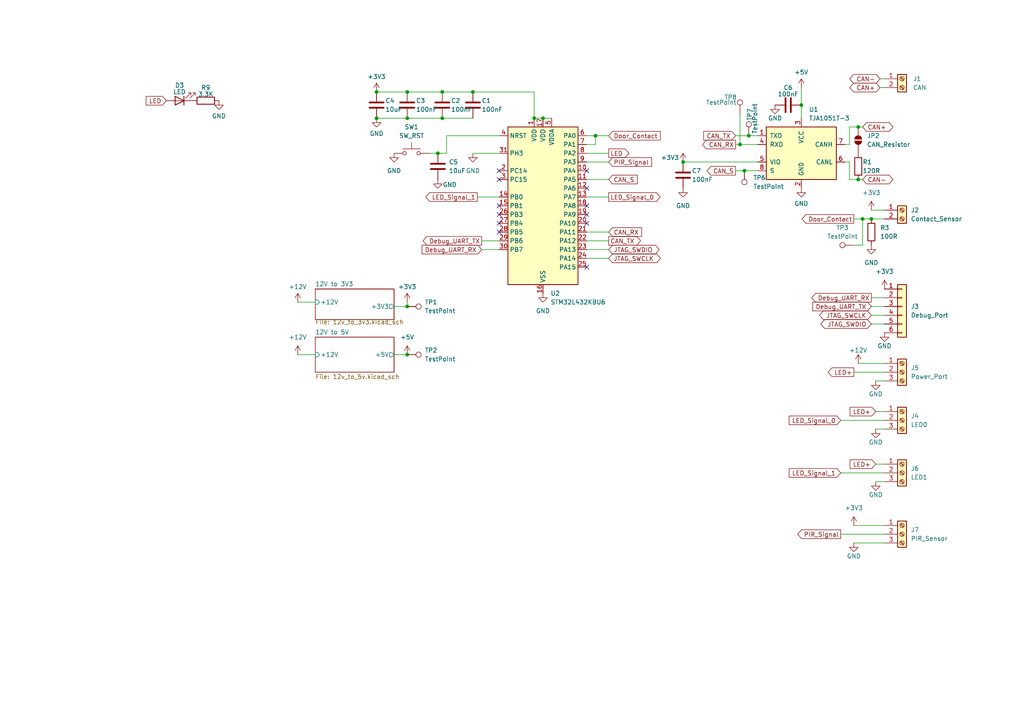
<source format=kicad_sch>
(kicad_sch (version 20231120) (generator "eeschema") (generator_version "8.0")
  (paper "A4")
  (lib_symbols
    (symbol "+12V_1" (power) (pin_numbers hide) (pin_names (offset 0) hide)
      (property "Value" "+12V" (at 0 3.556 0))
      (symbol "+12V_1_0_1"
        (polyline (pts (xy -0.762 1.27) (xy 0 2.54)))
        (polyline (pts (xy 0 0) (xy 0 2.54)))
        (polyline (pts (xy 0 2.54) (xy 0.762 1.27)))
      )
      (symbol "+12V_1_1_1"
        (pin power_in line (at 0 0 90) (length 0) (name "~") (number "1"))
      )
    )
    (symbol "+3V3_1" (power) (pin_numbers hide) (pin_names (offset 0) hide)
      (property "Value" "+3V3" (at 0 3.556 0))
      (symbol "+3V3_1_0_1"
        (polyline (pts (xy -0.762 1.27) (xy 0 2.54)))
        (polyline (pts (xy 0 0) (xy 0 2.54)))
        (polyline (pts (xy 0 2.54) (xy 0.762 1.27)))
      )
      (symbol "+3V3_1_1_1"
        (pin power_in line (at 0 0 90) (length 0) (name "~") (number "1"))
      )
    )
    (symbol "+5V_1" (power) (pin_numbers hide) (pin_names (offset 0) hide)
      (property "Value" "+5V" (at 0 3.556 0))
      (symbol "+5V_1_0_1"
        (polyline (pts (xy -0.762 1.27) (xy 0 2.54)))
        (polyline (pts (xy 0 0) (xy 0 2.54)))
        (polyline (pts (xy 0 2.54) (xy 0.762 1.27)))
      )
      (symbol "+5V_1_1_1"
        (pin power_in line (at 0 0 90) (length 0) (name "~") (number "1"))
      )
    )
    (symbol "Connector:Screw_Terminal_01x02" (pin_names (offset 1.016) hide)
      (property "Reference" "J" (at 0 2.54 0))
      (property "Value" "Screw_Terminal_01x02" (at 0 -5.08 0))
      (symbol "Screw_Terminal_01x02_1_1"
        (rectangle (start -1.27 1.27) (end 1.27 -3.81) (stroke (width 0.254)) (fill (type background)))
        (circle (center 0 -2.54) (radius 0.635) (stroke (width 0.1524)))
        (polyline (pts (xy -0.5334 -2.2098) (xy 0.3302 -3.048)) (stroke (width 0.1524)))
        (polyline (pts (xy -0.5334 0.3302) (xy 0.3302 -0.508)) (stroke (width 0.1524)))
        (polyline (pts (xy -0.3556 -2.032) (xy 0.508 -2.8702)) (stroke (width 0.1524)))
        (polyline (pts (xy -0.3556 0.508) (xy 0.508 -0.3302)) (stroke (width 0.1524)))
        (circle (center 0 0) (radius 0.635) (stroke (width 0.1524)))
        (pin passive line (at -5.08 0 0) (length 3.81) (name "Pin_1") (number "1"))
        (pin passive line (at -5.08 -2.54 0) (length 3.81) (name "Pin_2") (number "2"))
      )
    )
    (symbol "Connector:Screw_Terminal_01x03" (pin_names (offset 1.016) hide)
      (property "Reference" "J" (at 0 5.08 0))
      (property "Value" "Screw_Terminal_01x03" (at 0 -5.08 0))
      (symbol "Screw_Terminal_01x03_1_1"
        (rectangle (start -1.27 3.81) (end 1.27 -3.81) (stroke (width 0.254)) (fill (type background)))
        (circle (center 0 -2.54) (radius 0.635) (stroke (width 0.1524)))
        (polyline (pts (xy -0.5334 -2.2098) (xy 0.3302 -3.048)) (stroke (width 0.1524)))
        (polyline (pts (xy -0.5334 0.3302) (xy 0.3302 -0.508)) (stroke (width 0.1524)))
        (polyline (pts (xy -0.5334 2.8702) (xy 0.3302 2.032)) (stroke (width 0.1524)))
        (polyline (pts (xy -0.3556 -2.032) (xy 0.508 -2.8702)) (stroke (width 0.1524)))
        (polyline (pts (xy -0.3556 0.508) (xy 0.508 -0.3302)) (stroke (width 0.1524)))
        (polyline (pts (xy -0.3556 3.048) (xy 0.508 2.2098)) (stroke (width 0.1524)))
        (circle (center 0 0) (radius 0.635) (stroke (width 0.1524)))
        (circle (center 0 2.54) (radius 0.635) (stroke (width 0.1524)))
        (pin passive line (at -5.08 2.54 0) (length 3.81) (name "Pin_1") (number "1"))
        (pin passive line (at -5.08 0 0) (length 3.81) (name "Pin_2") (number "2"))
        (pin passive line (at -5.08 -2.54 0) (length 3.81) (name "Pin_3") (number "3"))
      )
    )
    (symbol "Connector:TestPoint" (pin_numbers hide) (pin_names (offset 0.762) hide)
      (property "Reference" "TP" (at 0 6.858 0))
      (property "Value" "TestPoint" (at 0 5.08 0))
      (symbol "TestPoint_0_1"
        (circle (center 0 3.302) (radius 0.762))
      )
      (symbol "TestPoint_1_1"
        (pin passive line (at 0 0 90) (length 2.54) (name "1") (number "1"))
      )
    )
    (symbol "Connector_Generic:Conn_01x06" (pin_names (offset 1.016) hide)
      (property "Reference" "J" (at 0 7.62 0))
      (property "Value" "Conn_01x06" (at 0 -10.16 0))
      (symbol "Conn_01x06_1_1"
        (rectangle (start -1.27 -7.493) (end 0 -7.747) (stroke (width 0.1524)))
        (rectangle (start -1.27 -4.953) (end 0 -5.207) (stroke (width 0.1524)))
        (rectangle (start -1.27 -2.413) (end 0 -2.667) (stroke (width 0.1524)))
        (rectangle (start -1.27 0.127) (end 0 -0.127) (stroke (width 0.1524)))
        (rectangle (start -1.27 2.667) (end 0 2.413) (stroke (width 0.1524)))
        (rectangle (start -1.27 5.207) (end 0 4.953) (stroke (width 0.1524)))
        (rectangle (start -1.27 6.35) (end 1.27 -8.89) (stroke (width 0.254)) (fill (type background)))
        (pin passive line (at -5.08 5.08 0) (length 3.81) (name "Pin_1") (number "1"))
        (pin passive line (at -5.08 2.54 0) (length 3.81) (name "Pin_2") (number "2"))
        (pin passive line (at -5.08 0 0) (length 3.81) (name "Pin_3") (number "3"))
        (pin passive line (at -5.08 -2.54 0) (length 3.81) (name "Pin_4") (number "4"))
        (pin passive line (at -5.08 -5.08 0) (length 3.81) (name "Pin_5") (number "5"))
        (pin passive line (at -5.08 -7.62 0) (length 3.81) (name "Pin_6") (number "6"))
      )
    )
    (symbol "Device:C" (pin_numbers hide) (pin_names (offset 0.254))
      (property "Reference" "C" (at 0.635 2.54 0))
      (property "Value" "C" (at 0.635 -2.54 0))
      (symbol "C_0_1"
        (polyline (pts (xy -2.032 -0.762) (xy 2.032 -0.762)) (stroke (width 0.508)))
        (polyline (pts (xy -2.032 0.762) (xy 2.032 0.762)) (stroke (width 0.508)))
      )
      (symbol "C_1_1"
        (pin passive line (at 0 3.81 270) (length 2.794) (name "~") (number "1"))
        (pin passive line (at 0 -3.81 90) (length 2.794) (name "~") (number "2"))
      )
    )
    (symbol "Device:LED" (pin_numbers hide) (pin_names (offset 1.016) hide)
      (property "Reference" "D" (at 0 2.54 0))
      (property "Value" "LED" (at 0 -2.54 0))
      (symbol "LED_0_1"
        (polyline (pts (xy -1.27 -1.27) (xy -1.27 1.27)) (stroke (width 0.254)))
        (polyline (pts (xy -1.27 0) (xy 1.27 0)))
        (polyline (pts (xy 1.27 -1.27) (xy 1.27 1.27) (xy -1.27 0) (xy 1.27 -1.27)) (stroke (width 0.254)))
        (polyline (pts (xy -3.048 -0.762) (xy -4.572 -2.286) (xy -3.81 -2.286) (xy -4.572 -2.286) (xy -4.572 -1.524)))
        (polyline (pts (xy -1.778 -0.762) (xy -3.302 -2.286) (xy -2.54 -2.286) (xy -3.302 -2.286) (xy -3.302 -1.524)))
      )
      (symbol "LED_1_1"
        (pin passive line (at -3.81 0 0) (length 2.54) (name "K") (number "1"))
        (pin passive line (at 3.81 0 180) (length 2.54) (name "A") (number "2"))
      )
    )
    (symbol "Device:R" (pin_numbers hide) (pin_names (offset 0))
      (property "Reference" "R" (at 2.032 0 90))
      (property "Value" "R" (at 0 0 90))
      (symbol "R_0_1"
        (rectangle (start -1.016 -2.54) (end 1.016 2.54) (stroke (width 0.254)))
      )
      (symbol "R_1_1"
        (pin passive line (at 0 3.81 270) (length 1.27) (name "~") (number "1"))
        (pin passive line (at 0 -3.81 90) (length 1.27) (name "~") (number "2"))
      )
    )
    (symbol "Interface_CAN_LIN:TJA1051T-3" (pin_names (offset 1.016))
      (property "Reference" "U" (at -10.16 8.89 0))
      (property "Value" "TJA1051T-3" (at 1.27 8.89 0))
      (symbol "TJA1051T-3_0_1"
        (rectangle (start -10.16 7.62) (end 10.16 -7.62) (stroke (width 0.254)) (fill (type background)))
      )
      (symbol "TJA1051T-3_1_1"
        (pin input line (at -12.7 5.08 0) (length 2.54) (name "TXD") (number "1"))
        (pin power_in line (at 0 -10.16 90) (length 2.54) (name "GND") (number "2"))
        (pin power_in line (at 0 10.16 270) (length 2.54) (name "VCC") (number "3"))
        (pin output line (at -12.7 2.54 0) (length 2.54) (name "RXD") (number "4"))
        (pin power_in line (at -12.7 -2.54 0) (length 2.54) (name "VIO") (number "5"))
        (pin bidirectional line (at 12.7 -2.54 180) (length 2.54) (name "CANL") (number "6"))
        (pin bidirectional line (at 12.7 2.54 180) (length 2.54) (name "CANH") (number "7"))
        (pin input line (at -12.7 -5.08 0) (length 2.54) (name "S") (number "8"))
      )
    )
    (symbol "Jumper:SolderJumper_2_Open" (pin_numbers hide) (pin_names (offset 0) hide) (exclude_from_sim yes) (in_bom no)
      (property "Reference" "JP" (at 0 2.032 0))
      (property "Value" "SolderJumper_2_Open" (at 0 -2.54 0))
      (symbol "SolderJumper_2_Open_0_1"
        (arc (start -0.254 1.016) (mid -1.2656 0) (end -0.254 -1.016))
        (arc (start -0.254 1.016) (mid -1.2656 0) (end -0.254 -1.016) (fill (type outline)))
        (polyline (pts (xy -0.254 1.016) (xy -0.254 -1.016)))
        (polyline (pts (xy 0.254 1.016) (xy 0.254 -1.016)))
        (arc (start 0.254 -1.016) (mid 1.2656 0) (end 0.254 1.016))
        (arc (start 0.254 -1.016) (mid 1.2656 0) (end 0.254 1.016) (fill (type outline)))
      )
      (symbol "SolderJumper_2_Open_1_1"
        (pin passive line (at -3.81 0 0) (length 2.54) (name "A") (number "1"))
        (pin passive line (at 3.81 0 180) (length 2.54) (name "B") (number "2"))
      )
    )
    (symbol "MCU_ST_STM32L4:STM32L432KBUx"
      (property "Reference" "U" (at -10.16 24.13 0))
      (property "Value" "STM32L432KBUx" (at 5.08 24.13 0))
      (symbol "STM32L432KBUx_0_1"
        (rectangle (start -10.16 -22.86) (end 10.16 22.86) (stroke (width 0.254)) (fill (type background)))
      )
      (symbol "STM32L432KBUx_1_1"
        (pin power_in line (at -2.54 25.4 270) (length 2.54) (name "VDD") (number "1"))
        (pin bidirectional line (at 12.7 10.16 180) (length 2.54) (name "PA4") (number "10"))
        (pin bidirectional line (at 12.7 7.62 180) (length 2.54) (name "PA5") (number "11"))
        (pin bidirectional line (at 12.7 5.08 180) (length 2.54) (name "PA6") (number "12"))
        (pin bidirectional line (at 12.7 2.54 180) (length 2.54) (name "PA7") (number "13"))
        (pin bidirectional line (at -12.7 2.54 0) (length 2.54) (name "PB0") (number "14"))
        (pin bidirectional line (at -12.7 0 0) (length 2.54) (name "PB1") (number "15"))
        (pin power_in line (at 0 -25.4 90) (length 2.54) (name "VSS") (number "16"))
        (pin power_in line (at 0 25.4 270) (length 2.54) (name "VDD") (number "17"))
        (pin bidirectional line (at 12.7 0 180) (length 2.54) (name "PA8") (number "18"))
        (pin bidirectional line (at 12.7 -2.54 180) (length 2.54) (name "PA9") (number "19"))
        (pin bidirectional line (at -12.7 10.16 0) (length 2.54) (name "PC14") (number "2"))
        (pin bidirectional line (at 12.7 -5.08 180) (length 2.54) (name "PA10") (number "20"))
        (pin bidirectional line (at 12.7 -7.62 180) (length 2.54) (name "PA11") (number "21"))
        (pin bidirectional line (at 12.7 -10.16 180) (length 2.54) (name "PA12") (number "22"))
        (pin bidirectional line (at 12.7 -12.7 180) (length 2.54) (name "PA13") (number "23"))
        (pin bidirectional line (at 12.7 -15.24 180) (length 2.54) (name "PA14") (number "24"))
        (pin bidirectional line (at 12.7 -17.78 180) (length 2.54) (name "PA15") (number "25"))
        (pin bidirectional line (at -12.7 -2.54 0) (length 2.54) (name "PB3") (number "26"))
        (pin bidirectional line (at -12.7 -5.08 0) (length 2.54) (name "PB4") (number "27"))
        (pin bidirectional line (at -12.7 -7.62 0) (length 2.54) (name "PB5") (number "28"))
        (pin bidirectional line (at -12.7 -10.16 0) (length 2.54) (name "PB6") (number "29"))
        (pin bidirectional line (at -12.7 7.62 0) (length 2.54) (name "PC15") (number "3"))
        (pin bidirectional line (at -12.7 -12.7 0) (length 2.54) (name "PB7") (number "30"))
        (pin bidirectional line (at -12.7 15.24 0) (length 2.54) (name "PH3") (number "31"))
        (pin passive line (at 0 -25.4 90) (length 2.54) hide (name "VSS") (number "32"))
        (pin passive line (at 0 -25.4 90) (length 2.54) hide (name "VSS") (number "33"))
        (pin input line (at -12.7 20.32 0) (length 2.54) (name "NRST") (number "4"))
        (pin power_in line (at 2.54 25.4 270) (length 2.54) (name "VDDA") (number "5"))
        (pin bidirectional line (at 12.7 20.32 180) (length 2.54) (name "PA0") (number "6"))
        (pin bidirectional line (at 12.7 17.78 180) (length 2.54) (name "PA1") (number "7"))
        (pin bidirectional line (at 12.7 15.24 180) (length 2.54) (name "PA2") (number "8"))
        (pin bidirectional line (at 12.7 12.7 180) (length 2.54) (name "PA3") (number "9"))
      )
    )
    (symbol "Switch:SW_Push" (pin_numbers hide) (pin_names (offset 1.016) hide)
      (property "Reference" "SW" (at 1.27 2.54 0))
      (property "Value" "SW_Push" (at 0 -1.524 0))
      (symbol "SW_Push_0_1"
        (circle (center -2.032 0) (radius 0.508))
        (polyline (pts (xy 0 1.27) (xy 0 3.048)))
        (polyline (pts (xy 2.54 1.27) (xy -2.54 1.27)))
        (circle (center 2.032 0) (radius 0.508))
        (pin passive line (at -5.08 0 0) (length 2.54) (name "1") (number "1"))
        (pin passive line (at 5.08 0 180) (length 2.54) (name "2") (number "2"))
      )
    )
    (symbol "power:+12V" (power) (pin_names (offset 0))
      (property "Value" "+12V" (at 0 3.556 0))
      (symbol "+12V_0_1"
        (polyline (pts (xy -0.762 1.27) (xy 0 2.54)))
        (polyline (pts (xy 0 0) (xy 0 2.54)))
        (polyline (pts (xy 0 2.54) (xy 0.762 1.27)))
      )
      (symbol "+12V_1_1"
        (pin power_in line (at 0 0 90) (length 0) hide (name "+12V") (number "1"))
      )
    )
    (symbol "power:+3V3" (power) (pin_names (offset 0))
      (property "Value" "+3V3" (at 0 3.556 0))
      (symbol "+3V3_0_1"
        (polyline (pts (xy -0.762 1.27) (xy 0 2.54)))
        (polyline (pts (xy 0 0) (xy 0 2.54)))
        (polyline (pts (xy 0 2.54) (xy 0.762 1.27)))
      )
      (symbol "+3V3_1_1"
        (pin power_in line (at 0 0 90) (length 0) hide (name "+3V3") (number "1"))
      )
    )
    (symbol "power:+5V" (power) (pin_names (offset 0))
      (property "Value" "+5V" (at 0 3.556 0))
      (symbol "+5V_0_1"
        (polyline (pts (xy -0.762 1.27) (xy 0 2.54)))
        (polyline (pts (xy 0 0) (xy 0 2.54)))
        (polyline (pts (xy 0 2.54) (xy 0.762 1.27)))
      )
      (symbol "+5V_1_1"
        (pin power_in line (at 0 0 90) (length 0) hide (name "+5V") (number "1"))
      )
    )
    (symbol "power:GND" (power) (pin_names (offset 0))
      (property "Value" "GND" (at 0 -3.81 0))
      (symbol "GND_0_1"
        (polyline (pts (xy 0 0) (xy 0 -1.27) (xy 1.27 -1.27) (xy 0 -2.54) (xy -1.27 -1.27) (xy 0 -1.27)))
      )
      (symbol "GND_1_1"
        (pin power_in line (at 0 0 270) (length 0) hide (name "GND") (number "1"))
      )
    )
  )
  (junction (at 248.92 52.07))
  (junction (at 118.11 88.9))
  (junction (at 214.63 41.91))
  (junction (at 157.48 34.29))
  (junction (at 127 44.45))
  (junction (at 252.73 63.5))
  (junction (at 128.27 34.29))
  (junction (at 109.22 26.67))
  (junction (at 232.41 30.48))
  (junction (at 137.16 26.67))
  (junction (at 154.94 34.29))
  (junction (at 128.27 26.67))
  (junction (at 248.92 36.83))
  (junction (at 217.17 39.37))
  (junction (at 118.11 34.29))
  (junction (at 109.22 34.29))
  (junction (at 250.19 63.5))
  (junction (at 118.11 102.87))
  (junction (at 118.11 26.67))
  (junction (at 172.72 39.37))
  (junction (at 198.12 46.99))
  (junction (at 215.9 49.53))
  (no_connect (at 170.18 64.77))
  (no_connect (at 170.18 77.47))
  (no_connect (at 144.78 49.53))
  (no_connect (at 170.18 59.69))
  (no_connect (at 144.78 52.07))
  (no_connect (at 170.18 54.61))
  (no_connect (at 144.78 67.31))
  (no_connect (at 170.18 49.53))
  (no_connect (at 144.78 64.77))
  (no_connect (at 144.78 62.23))
  (no_connect (at 144.78 59.69))
  (no_connect (at 170.18 62.23))
  (wire (pts (xy 250.19 71.12) (xy 250.19 63.5)))
  (wire (pts (xy 254 119.38) (xy 256.54 119.38)))
  (wire (pts (xy 127 44.45) (xy 129.54 44.45)))
  (wire (pts (xy 254 124.46) (xy 256.54 124.46)))
  (wire (pts (xy 170.18 72.39) (xy 176.53 72.39)))
  (wire (pts (xy 243.84 121.92) (xy 256.54 121.92)))
  (wire (pts (xy 129.54 44.45) (xy 129.54 39.37)))
  (wire (pts (xy 170.18 39.37) (xy 172.72 39.37)))
  (wire (pts (xy 252.73 91.44) (xy 256.54 91.44)))
  (wire (pts (xy 138.43 57.15) (xy 144.78 57.15)))
  (wire (pts (xy 170.18 46.99) (xy 176.53 46.99)))
  (wire (pts (xy 215.9 49.53) (xy 219.71 49.53)))
  (wire (pts (xy 247.65 157.48) (xy 256.54 157.48)))
  (wire (pts (xy 254 110.49) (xy 256.54 110.49)))
  (wire (pts (xy 139.7 72.39) (xy 144.78 72.39)))
  (wire (pts (xy 247.65 63.5) (xy 250.19 63.5)))
  (wire (pts (xy 170.18 57.15) (xy 176.53 57.15)))
  (wire (pts (xy 248.92 36.83) (xy 250.19 36.83)))
  (wire (pts (xy 246.38 46.99) (xy 246.38 52.07)))
  (wire (pts (xy 213.36 49.53) (xy 215.9 49.53)))
  (wire (pts (xy 172.72 41.91) (xy 172.72 39.37)))
  (wire (pts (xy 170.18 52.07) (xy 176.53 52.07)))
  (wire (pts (xy 213.36 39.37) (xy 217.17 39.37)))
  (wire (pts (xy 170.18 41.91) (xy 172.72 41.91)))
  (wire (pts (xy 124.46 44.45) (xy 127 44.45)))
  (wire (pts (xy 114.3 88.9) (xy 118.11 88.9)))
  (wire (pts (xy 157.48 34.29) (xy 160.02 34.29)))
  (wire (pts (xy 129.54 39.37) (xy 144.78 39.37)))
  (wire (pts (xy 254 134.62) (xy 256.54 134.62)))
  (wire (pts (xy 247.65 71.12) (xy 250.19 71.12)))
  (wire (pts (xy 246.38 36.83) (xy 248.92 36.83)))
  (wire (pts (xy 246.38 52.07) (xy 248.92 52.07)))
  (wire (pts (xy 172.72 39.37) (xy 176.53 39.37)))
  (wire (pts (xy 255.27 25.4) (xy 256.54 25.4)))
  (wire (pts (xy 213.36 41.91) (xy 214.63 41.91)))
  (wire (pts (xy 252.73 93.98) (xy 256.54 93.98)))
  (wire (pts (xy 198.12 46.99) (xy 219.71 46.99)))
  (wire (pts (xy 245.11 46.99) (xy 246.38 46.99)))
  (wire (pts (xy 252.73 63.5) (xy 256.54 63.5)))
  (wire (pts (xy 217.17 39.37) (xy 219.71 39.37)))
  (wire (pts (xy 252.73 86.36) (xy 256.54 86.36)))
  (wire (pts (xy 248.92 52.07) (xy 250.19 52.07)))
  (wire (pts (xy 170.18 74.93) (xy 176.53 74.93)))
  (wire (pts (xy 170.18 67.31) (xy 176.53 67.31)))
  (wire (pts (xy 232.41 30.48) (xy 232.41 34.29)))
  (wire (pts (xy 86.36 87.63) (xy 91.44 87.63)))
  (wire (pts (xy 248.92 105.41) (xy 256.54 105.41)))
  (wire (pts (xy 154.94 26.67) (xy 137.16 26.67)))
  (wire (pts (xy 247.65 152.4) (xy 256.54 152.4)))
  (wire (pts (xy 109.22 34.29) (xy 118.11 34.29)))
  (wire (pts (xy 246.38 41.91) (xy 246.38 36.83)))
  (wire (pts (xy 109.22 26.67) (xy 118.11 26.67)))
  (wire (pts (xy 170.18 44.45) (xy 176.53 44.45)))
  (wire (pts (xy 118.11 34.29) (xy 128.27 34.29)))
  (wire (pts (xy 137.16 26.67) (xy 128.27 26.67)))
  (wire (pts (xy 243.84 137.16) (xy 256.54 137.16)))
  (wire (pts (xy 114.3 102.87) (xy 118.11 102.87)))
  (wire (pts (xy 139.7 69.85) (xy 144.78 69.85)))
  (wire (pts (xy 154.94 34.29) (xy 157.48 34.29)))
  (wire (pts (xy 252.73 88.9) (xy 256.54 88.9)))
  (wire (pts (xy 256.54 107.95) (xy 247.65 107.95)))
  (wire (pts (xy 243.84 154.94) (xy 256.54 154.94)))
  (wire (pts (xy 254 139.7) (xy 256.54 139.7)))
  (wire (pts (xy 214.63 33.02) (xy 214.63 41.91)))
  (wire (pts (xy 128.27 34.29) (xy 137.16 34.29)))
  (wire (pts (xy 137.16 44.45) (xy 144.78 44.45)))
  (wire (pts (xy 128.27 26.67) (xy 118.11 26.67)))
  (wire (pts (xy 86.36 102.87) (xy 91.44 102.87)))
  (wire (pts (xy 214.63 41.91) (xy 219.71 41.91)))
  (wire (pts (xy 255.27 22.86) (xy 256.54 22.86)))
  (wire (pts (xy 154.94 34.29) (xy 154.94 26.67)))
  (wire (pts (xy 245.11 41.91) (xy 246.38 41.91)))
  (wire (pts (xy 170.18 69.85) (xy 176.53 69.85)))
  (wire (pts (xy 232.41 25.4) (xy 232.41 30.48)))
  (wire (pts (xy 118.11 88.9) (xy 118.11 87.63)))
  (wire (pts (xy 252.73 60.96) (xy 256.54 60.96)))
  (wire (pts (xy 250.19 63.5) (xy 252.73 63.5)))
  (global_label "CAN_S" (shape input) (at 176.53 52.07 0) (property "Intersheetrefs" "${INTERSHEET_REFS}" (effects (hide yes))))
  (global_label "CAN_TX" (shape output) (at 176.53 69.85 0) (property "Intersheetrefs" "${INTERSHEET_REFS}" (effects (hide yes))))
  (global_label "CAN+" (shape bidirectional) (at 255.27 25.4 180) (property "Intersheetrefs" "${INTERSHEET_REFS}" (effects (hide yes))))
  (global_label "LED+" (shape output) (at 247.65 107.95 180) (property "Intersheetrefs" "${INTERSHEET_REFS}" (effects (hide yes))))
  (global_label "LED_Signal_1" (shape input) (at 243.84 137.16 180) (property "Intersheetrefs" "${INTERSHEET_REFS}" (effects (hide yes))))
  (global_label "CAN_TX" (shape input) (at 213.36 39.37 180) (property "Intersheetrefs" "${INTERSHEET_REFS}" (effects (hide yes))))
  (global_label "CAN_S" (shape output) (at 213.36 49.53 180) (property "Intersheetrefs" "${INTERSHEET_REFS}" (effects (hide yes))))
  (global_label "CAN-" (shape bidirectional) (at 255.27 22.86 180) (property "Intersheetrefs" "${INTERSHEET_REFS}" (effects (hide yes))))
  (global_label "JTAG_SWCLK" (shape bidirectional) (at 252.73 91.44 180) (property "Intersheetrefs" "${INTERSHEET_REFS}" (effects (hide yes))))
  (global_label "CAN_RX" (shape input) (at 176.53 67.31 0) (property "Intersheetrefs" "${INTERSHEET_REFS}" (effects (hide yes))))
  (global_label "LED" (shape output) (at 176.53 44.45 0) (property "Intersheetrefs" "${INTERSHEET_REFS}" (effects (hide yes))))
  (global_label "Debug_UART_TX" (shape output) (at 139.7 69.85 180) (property "Intersheetrefs" "${INTERSHEET_REFS}" (effects (hide yes))))
  (global_label "CAN_RX" (shape output) (at 213.36 41.91 180) (property "Intersheetrefs" "${INTERSHEET_REFS}" (effects (hide yes))))
  (global_label "Debug_UART_RX" (shape output) (at 252.73 86.36 180) (property "Intersheetrefs" "${INTERSHEET_REFS}" (effects (hide yes))))
  (global_label "JTAG_SWCLK" (shape bidirectional) (at 176.53 74.93 0) (property "Intersheetrefs" "${INTERSHEET_REFS}" (effects (hide yes))))
  (global_label "PIR_Signal" (shape input) (at 176.53 46.99 0) (property "Intersheetrefs" "${INTERSHEET_REFS}" (effects (hide yes))))
  (global_label "CAN+" (shape bidirectional) (at 250.19 36.83 0) (property "Intersheetrefs" "${INTERSHEET_REFS}" (effects (hide yes))))
  (global_label "LED_Signal_0" (shape input) (at 243.84 121.92 180) (property "Intersheetrefs" "${INTERSHEET_REFS}" (effects (hide yes))))
  (global_label "Door_Contact" (shape input) (at 176.53 39.37 0) (property "Intersheetrefs" "${INTERSHEET_REFS}" (effects (hide yes))))
  (global_label "LED+" (shape input) (at 254 134.62 180) (property "Intersheetrefs" "${INTERSHEET_REFS}" (effects (hide yes))))
  (global_label "JTAG_SWDIO" (shape bidirectional) (at 252.73 93.98 180) (property "Intersheetrefs" "${INTERSHEET_REFS}" (effects (hide yes))))
  (global_label "CAN-" (shape bidirectional) (at 250.19 52.07 0) (property "Intersheetrefs" "${INTERSHEET_REFS}" (effects (hide yes))))
  (global_label "LED" (shape input) (at 48.26 29.21 180) (property "Intersheetrefs" "${INTERSHEET_REFS}" (effects (hide yes))))
  (global_label "JTAG_SWDIO" (shape bidirectional) (at 176.53 72.39 0) (property "Intersheetrefs" "${INTERSHEET_REFS}" (effects (hide yes))))
  (global_label "PIR_Signal" (shape output) (at 243.84 154.94 180) (property "Intersheetrefs" "${INTERSHEET_REFS}" (effects (hide yes))))
  (global_label "LED_Signal_1" (shape output) (at 138.43 57.15 180) (property "Intersheetrefs" "${INTERSHEET_REFS}" (effects (hide yes))))
  (global_label "Debug_UART_TX" (shape input) (at 252.73 88.9 180) (property "Intersheetrefs" "${INTERSHEET_REFS}" (effects (hide yes))))
  (global_label "Debug_UART_RX" (shape input) (at 139.7 72.39 180) (property "Intersheetrefs" "${INTERSHEET_REFS}" (effects (hide yes))))
  (global_label "LED+" (shape input) (at 254 119.38 180) (property "Intersheetrefs" "${INTERSHEET_REFS}" (effects (hide yes))))
  (global_label "LED_Signal_0" (shape output) (at 176.53 57.15 0) (property "Intersheetrefs" "${INTERSHEET_REFS}" (effects (hide yes))))
  (global_label "Door_Contact" (shape output) (at 247.65 63.5 180) (property "Intersheetrefs" "${INTERSHEET_REFS}" (effects (hide yes))))
  (symbol (lib_id "power:+12V") (at 86.36 87.63 0) (unit 1)
    (property "Reference" "#PWR018" (effects (hide yes)))
    (property "Value" "+12V" (at 86.36 83.185 0))
  )
  (symbol (lib_id "Connector:Screw_Terminal_01x03") (at 261.62 121.92 0) (unit 1)
    (property "Reference" "J4" (at 264.16 120.6499 0) (effects (justify left)))
    (property "Value" "LED0" (at 264.16 123.1899 0) (effects (justify left)))
    (property "Footprint" "TerminalBlock:TerminalBlock_bornier-3_P5.08mm" (effects (hide yes)))
    (property "Description" "Generic screw terminal, single row, 01x03, script generated (kicad-library-utils/schlib/autogen/connector/)" (effects (hide yes)))
  )
  (symbol (lib_id "Device:C") (at 109.22 30.48 0) (unit 1)
    (property "Reference" "C4" (at 111.76 29.21 0) (effects (justify left)))
    (property "Value" "10uF" (at 111.76 31.75 0) (effects (justify left)))
    (property "Footprint" "Capacitor_SMD:C_0603_1608Metric" (effects (hide yes)))
  )
  (symbol (lib_id "power:+3V3") (at 118.11 87.63 0) (unit 1)
    (property "Reference" "#PWR019" (effects (hide yes)))
    (property "Value" "+3V3" (at 118.11 83.185 0))
  )
  (symbol (lib_id "Switch:SW_Push") (at 119.38 44.45 0) (unit 1)
    (property "Reference" "SW1" (at 119.38 36.83 0))
    (property "Value" "SW_RST" (at 119.38 39.37 0))
    (property "Footprint" "Button_Switch_SMD:SW_Push_1P1T_XKB_TS-1187A" (effects (hide yes)))
  )
  (symbol (lib_name "+3V3_1") (lib_id "power:+3V3") (at 247.65 152.4 0) (unit 1)
    (property "Reference" "#PWR032" (effects (hide yes)))
    (property "Value" "+3V3" (at 247.65 147.32 0))
    (property "Description" "Power symbol creates a global label with name \"+3V3\"" (effects (hide yes)))
  )
  (symbol (lib_id "Device:LED") (at 52.07 29.21 180) (unit 1)
    (property "Reference" "D3" (at 52.07 24.765 0))
    (property "Value" "LED" (at 52.07 26.67 0))
    (property "Footprint" "LED_SMD:LED_0402_1005Metric" (effects (hide yes)))
  )
  (symbol (lib_id "Connector:Screw_Terminal_01x02") (at 261.62 22.86 0) (unit 1)
    (property "Reference" "J1" (at 264.795 22.86 0) (effects (justify left)))
    (property "Value" "CAN" (at 264.795 25.4 0) (effects (justify left)))
    (property "Footprint" "TerminalBlock:TerminalBlock_bornier-2_P5.08mm" (effects (hide yes)))
  )
  (symbol (lib_id "Device:C") (at 228.6 30.48 90) (unit 1)
    (property "Reference" "C6" (at 228.6 25.4 90))
    (property "Value" "100nF" (at 228.6 27.305 90))
    (property "Footprint" "Capacitor_SMD:C_0603_1608Metric" (effects (hide yes)))
  )
  (symbol (lib_id "power:GND") (at 256.54 96.52 0) (unit 1)
    (property "Reference" "#PWR026" (effects (hide yes)))
    (property "Value" "GND" (at 256.54 100.33 0))
  )
  (symbol (lib_id "Connector:TestPoint") (at 217.17 39.37 0) (unit 1)
    (property "Reference" "TP7" (at 217.424 35.052 90) (effects (justify left)))
    (property "Value" "TestPoint" (at 218.948 38.862 90) (effects (justify left)))
    (property "Footprint" "TestPoint:TestPoint_Pad_D1.0mm" (effects (hide yes)))
    (property "Description" "test point" (effects (hide yes)))
  )
  (symbol (lib_id "power:+5V") (at 232.41 25.4 0) (unit 1)
    (property "Reference" "#PWR024" (effects (hide yes)))
    (property "Value" "+5V" (at 232.41 20.955 0))
  )
  (symbol (lib_id "power:GND") (at 63.5 29.21 0) (unit 1)
    (property "Reference" "#PWR039" (effects (hide yes)))
    (property "Value" "GND" (at 63.5 33.655 0))
  )
  (symbol (lib_id "power:+3V3") (at 198.12 46.99 0) (unit 1)
    (property "Reference" "#PWR03" (effects (hide yes)))
    (property "Value" "+3V3" (at 194.31 45.72 0))
  )
  (symbol (lib_id "power:GND") (at 198.12 54.61 0) (unit 1)
    (property "Reference" "#PWR012" (effects (hide yes)))
    (property "Value" "GND" (at 198.12 59.69 0))
  )
  (symbol (lib_id "power:GND") (at 109.22 34.29 0) (unit 1)
    (property "Reference" "#PWR04" (effects (hide yes)))
    (property "Value" "GND" (at 109.22 38.735 0))
  )
  (symbol (lib_id "Connector:Screw_Terminal_01x03") (at 261.62 107.95 0) (unit 1)
    (property "Reference" "J5" (at 264.16 106.6799 0) (effects (justify left)))
    (property "Value" "Power_Port" (at 264.16 109.2199 0) (effects (justify left)))
    (property "Footprint" "TerminalBlock:TerminalBlock_bornier-3_P5.08mm" (effects (hide yes)))
    (property "Description" "Generic screw terminal, single row, 01x03, script generated (kicad-library-utils/schlib/autogen/connector/)" (effects (hide yes)))
  )
  (symbol (lib_id "power:GND") (at 254 110.49 0) (mirror y) (unit 1)
    (property "Reference" "#PWR028" (effects (hide yes)))
    (property "Value" "GND" (at 254 114.3 0))
  )
  (symbol (lib_id "power:GND") (at 254 124.46 0) (mirror y) (unit 1)
    (property "Reference" "#PWR021" (effects (hide yes)))
    (property "Value" "GND" (at 254 128.27 0))
  )
  (symbol (lib_id "power:+3V3") (at 252.73 60.96 0) (unit 1)
    (property "Reference" "#PWR09" (effects (hide yes)))
    (property "Value" "+3V3" (at 252.73 55.88 0))
  )
  (symbol (lib_id "Device:R") (at 252.73 67.31 0) (unit 1)
    (property "Reference" "R3" (at 255.27 66.04 0) (effects (justify left)))
    (property "Value" "100R" (at 255.27 68.58 0) (effects (justify left)))
    (property "Footprint" "Resistor_SMD:R_0603_1608Metric" (effects (hide yes)))
  )
  (symbol (lib_id "power:+3V3") (at 256.54 83.82 0) (unit 1)
    (property "Reference" "#PWR025" (effects (hide yes)))
    (property "Value" "+3V3" (at 256.54 78.74 0))
  )
  (symbol (lib_id "Connector:Screw_Terminal_01x03") (at 261.62 154.94 0) (unit 1)
    (property "Reference" "J7" (at 264.16 153.6699 0) (effects (justify left)))
    (property "Value" "PIR_Sensor" (at 264.16 156.2099 0) (effects (justify left)))
    (property "Footprint" "TerminalBlock:TerminalBlock_bornier-3_P5.08mm" (effects (hide yes)))
    (property "Description" "Generic screw terminal, single row, 01x03, script generated (kicad-library-utils/schlib/autogen/connector/)" (effects (hide yes)))
  )
  (symbol (lib_id "power:GND") (at 137.16 44.45 0) (unit 1)
    (property "Reference" "#PWR010" (effects (hide yes)))
    (property "Value" "GND" (at 137.16 49.53 0))
  )
  (symbol (lib_id "power:GND") (at 252.73 71.12 0) (unit 1)
    (property "Reference" "#PWR01" (effects (hide yes)))
    (property "Value" "GND" (at 252.73 76.2 0))
  )
  (symbol (lib_id "Jumper:SolderJumper_2_Open") (at 248.92 40.64 270) (unit 1) (exclude_from_sim yes) (in_bom no)
    (property "Reference" "JP2" (at 251.46 39.3699 90) (effects (justify left)))
    (property "Value" "CAN_Resistor" (at 251.46 41.9099 90) (effects (justify left)))
    (property "Footprint" "Jumper:SolderJumper-2_P1.3mm_Open_Pad1.0x1.5mm" (effects (hide yes)))
    (property "Description" "Solder Jumper, 2-pole, open" (effects (hide yes)))
  )
  (symbol (lib_id "power:GND") (at 224.79 30.48 0) (unit 1)
    (property "Reference" "#PWR011" (effects (hide yes)))
    (property "Value" "GND" (at 224.79 34.29 0))
  )
  (symbol (lib_id "Connector:Screw_Terminal_01x03") (at 261.62 137.16 0) (unit 1)
    (property "Reference" "J6" (at 264.16 135.8899 0) (effects (justify left)))
    (property "Value" "LED1" (at 264.16 138.4299 0) (effects (justify left)))
    (property "Footprint" "TerminalBlock:TerminalBlock_bornier-3_P5.08mm" (effects (hide yes)))
    (property "Description" "Generic screw terminal, single row, 01x03, script generated (kicad-library-utils/schlib/autogen/connector/)" (effects (hide yes)))
  )
  (symbol (lib_id "Connector:TestPoint") (at 118.11 102.87 270) (unit 1)
    (property "Reference" "TP2" (at 123.19 101.5999 90) (effects (justify left)))
    (property "Value" "TestPoint" (at 123.19 104.1399 90) (effects (justify left)))
    (property "Footprint" "TestPoint:TestPoint_Pad_D1.0mm" (effects (hide yes)))
    (property "Description" "test point" (effects (hide yes)))
  )
  (symbol (lib_id "power:GND") (at 157.48 85.09 0) (unit 1)
    (property "Reference" "#PWR08" (effects (hide yes)))
    (property "Value" "GND" (at 157.48 90.17 0))
  )
  (symbol (lib_id "power:+12V") (at 248.92 105.41 0) (unit 1)
    (property "Reference" "#PWR027" (effects (hide yes)))
    (property "Value" "+12V" (at 248.92 101.6 0))
  )
  (symbol (lib_id "Connector:Screw_Terminal_01x02") (at 261.62 60.96 0) (unit 1)
    (property "Reference" "J2" (at 264.16 60.9599 0) (effects (justify left)))
    (property "Value" "Contact_Sensor" (at 264.16 63.4999 0) (effects (justify left)))
    (property "Footprint" "TerminalBlock:TerminalBlock_bornier-2_P5.08mm" (effects (hide yes)))
  )
  (symbol (lib_id "Connector_Generic:Conn_01x06") (at 261.62 88.9 0) (unit 1)
    (property "Reference" "J3" (at 264.16 88.9 0) (effects (justify left)))
    (property "Value" "Debug_Port" (at 264.16 91.44 0) (effects (justify left)))
    (property "Footprint" "Connector_PinHeader_2.54mm:PinHeader_1x06_P2.54mm_Vertical" (effects (hide yes)))
  )
  (symbol (lib_id "Device:C") (at 198.12 50.8 0) (unit 1)
    (property "Reference" "C7" (at 200.66 49.53 0) (effects (justify left)))
    (property "Value" "100nF" (at 200.66 52.07 0) (effects (justify left)))
    (property "Footprint" "Capacitor_SMD:C_0603_1608Metric" (effects (hide yes)))
  )
  (symbol (lib_id "Device:R") (at 248.92 48.26 0) (unit 1)
    (property "Reference" "R1" (at 250.19 46.99 0) (effects (justify left)))
    (property "Value" "120R" (at 250.19 49.53 0) (effects (justify left)))
    (property "Footprint" "Resistor_SMD:R_0603_1608Metric" (effects (hide yes)))
  )
  (symbol (lib_id "Connector:TestPoint") (at 247.65 71.12 90) (unit 1)
    (property "Reference" "TP3" (at 244.348 66.04 90))
    (property "Value" "TestPoint" (at 244.348 68.58 90))
    (property "Footprint" "TestPoint:TestPoint_Pad_D1.0mm" (effects (hide yes)))
    (property "Description" "test point" (effects (hide yes)))
  )
  (symbol (lib_id "Connector:TestPoint") (at 118.11 88.9 270) (unit 1)
    (property "Reference" "TP1" (at 123.19 87.6299 90) (effects (justify left)))
    (property "Value" "TestPoint" (at 123.19 90.1699 90) (effects (justify left)))
    (property "Footprint" "TestPoint:TestPoint_Pad_D1.0mm" (effects (hide yes)))
    (property "Description" "test point" (effects (hide yes)))
  )
  (symbol (lib_name "+12V_1") (lib_id "power:+12V") (at 86.36 102.87 0) (unit 1)
    (property "Reference" "#PWR030" (effects (hide yes)))
    (property "Value" "+12V" (at 86.36 97.79 0))
    (property "Description" "Power symbol creates a global label with name \"+12V\"" (effects (hide yes)))
  )
  (symbol (lib_name "+5V_1") (lib_id "power:+5V") (at 118.11 102.87 0) (unit 1)
    (property "Reference" "#PWR022" (effects (hide yes)))
    (property "Value" "+5V" (at 118.11 97.79 0))
    (property "Description" "Power symbol creates a global label with name \"+5V\"" (effects (hide yes)))
  )
  (symbol (lib_id "Device:R") (at 59.69 29.21 90) (unit 1)
    (property "Reference" "R9" (at 59.69 25.4 90))
    (property "Value" "3.3K" (at 59.69 27.305 90))
    (property "Footprint" "Resistor_SMD:R_0805_2012Metric" (effects (hide yes)))
  )
  (symbol (lib_id "Device:C") (at 128.27 30.48 0) (unit 1)
    (property "Reference" "C2" (at 130.81 29.21 0) (effects (justify left)))
    (property "Value" "100nF" (at 130.81 31.75 0) (effects (justify left)))
    (property "Footprint" "Capacitor_SMD:C_0603_1608Metric" (effects (hide yes)))
  )
  (symbol (lib_id "Device:C") (at 127 48.26 0) (unit 1)
    (property "Reference" "C5" (at 130.175 46.99 0) (effects (justify left)))
    (property "Value" "10uF" (at 130.175 49.53 0) (effects (justify left)))
    (property "Footprint" "Capacitor_SMD:C_0603_1608Metric" (effects (hide yes)))
  )
  (symbol (lib_id "Connector:TestPoint") (at 215.9 49.53 180) (unit 1)
    (property "Reference" "TP6" (at 218.44 51.5619 0) (effects (justify right)))
    (property "Value" "TestPoint" (at 218.44 54.1019 0) (effects (justify right)))
    (property "Footprint" "TestPoint:TestPoint_Pad_D1.0mm" (effects (hide yes)))
    (property "Description" "test point" (effects (hide yes)))
  )
  (symbol (lib_id "power:+3V3") (at 109.22 26.67 0) (unit 1)
    (property "Reference" "#PWR05" (effects (hide yes)))
    (property "Value" "+3V3" (at 109.22 22.225 0))
  )
  (symbol (lib_id "Connector:TestPoint") (at 214.63 33.02 0) (unit 1)
    (property "Reference" "TP8" (at 210.058 28.194 0) (effects (justify left)))
    (property "Value" "TestPoint" (at 204.724 29.718 0) (effects (justify left)))
    (property "Footprint" "TestPoint:TestPoint_Pad_D1.0mm" (effects (hide yes)))
    (property "Description" "test point" (effects (hide yes)))
  )
  (symbol (lib_id "power:GND") (at 247.65 157.48 0) (mirror y) (unit 1)
    (property "Reference" "#PWR031" (effects (hide yes)))
    (property "Value" "GND" (at 247.65 161.29 0))
  )
  (symbol (lib_id "Interface_CAN_LIN:TJA1051T-3") (at 232.41 44.45 0) (unit 1)
    (property "Reference" "U1" (at 234.6041 31.75 0) (effects (justify left)))
    (property "Value" "TJA1051T-3" (at 234.6041 34.29 0) (effects (justify left)))
    (property "Footprint" "Package_SO:SOIC-8_3.9x4.9mm_P1.27mm" (effects (hide yes)))
    (property "Datasheet" "http://www.nxp.com/docs/en/data-sheet/TJA1051.pdf" (effects (hide yes)))
  )
  (symbol (lib_id "power:GND") (at 232.41 54.61 0) (unit 1)
    (property "Reference" "#PWR02" (effects (hide yes)))
    (property "Value" "GND" (at 232.41 59.055 0))
  )
  (symbol (lib_id "power:GND") (at 127 52.07 0) (unit 1)
    (property "Reference" "#PWR06" (effects (hide yes)))
    (property "Value" "GND" (at 130.429 53.594 0))
  )
  (symbol (lib_id "MCU_ST_STM32L4:STM32L432KBUx") (at 157.48 59.69 0) (unit 1)
    (property "Reference" "U2" (at 159.6741 85.09 0) (effects (justify left)))
    (property "Value" "STM32L432KBU6" (at 159.6741 87.63 0) (effects (justify left)))
    (property "Footprint" "Package_DFN_QFN:QFN-32-1EP_5x5mm_P0.5mm_EP3.45x3.45mm" (effects (hide yes)))
    (property "Datasheet" "https://www.st.com/resource/en/datasheet/stm32l432kb.pdf" (effects (hide yes)))
  )
  (symbol (lib_id "power:GND") (at 254 139.7 0) (mirror y) (unit 1)
    (property "Reference" "#PWR023" (effects (hide yes)))
    (property "Value" "GND" (at 254 143.51 0))
  )
  (symbol (lib_id "Device:C") (at 118.11 30.48 0) (unit 1)
    (property "Reference" "C3" (at 120.65 29.21 0) (effects (justify left)))
    (property "Value" "100nF" (at 120.65 31.75 0) (effects (justify left)))
    (property "Footprint" "Capacitor_SMD:C_0603_1608Metric" (effects (hide yes)))
  )
  (symbol (lib_id "power:GND") (at 114.3 44.45 0) (unit 1)
    (property "Reference" "#PWR07" (effects (hide yes)))
    (property "Value" "GND" (at 114.3 49.53 0))
  )
  (symbol (lib_id "Device:C") (at 137.16 30.48 0) (unit 1)
    (property "Reference" "C1" (at 139.7 29.21 0) (effects (justify left)))
    (property "Value" "100nF" (at 139.7 31.75 0) (effects (justify left)))
    (property "Footprint" "Capacitor_SMD:C_0603_1608Metric" (effects (hide yes)))
  )
  (sheet (at 91.44 97.79) (size 22.86 10.16) (stroke (width 0.1524))
    (property "Sheetname" "12V to 5V" (at 91.44 97.0784 0) (effects (justify left bottom)))
    (property "Sheetfile" "12v_to_5v.kicad_sch" (at 91.44 108.5346 0) (effects (justify left top)))
    (pin "+12V" input (at 91.44 102.87 180))
    (pin "+5V" output (at 114.3 102.87 0))
  )
  (sheet (at 91.44 83.82) (size 22.86 8.89) (stroke (width 0.1524))
    (property "Sheetname" "12V to 3V3" (at 91.44 83.1084 0) (effects (justify left bottom)))
    (property "Sheetfile" "12v_to_3v3.kicad_sch" (at 91.44 92.6596 0) (effects (justify left top)))
    (pin "+3V3" output (at 114.3 88.9 0))
    (pin "+12V" input (at 91.44 87.63 180))
  )
)
</source>
